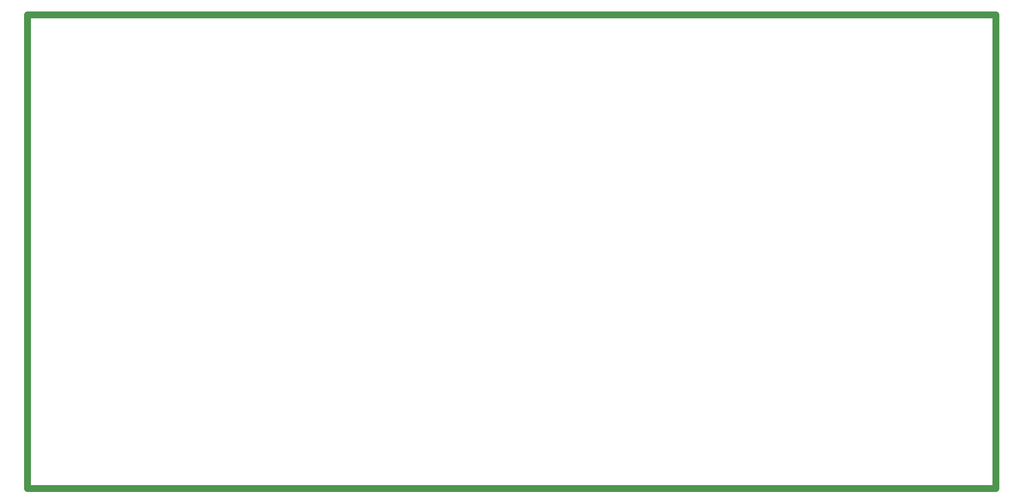
<source format=gko>
G04*
G04 #@! TF.GenerationSoftware,Altium Limited,Altium Designer,21.9.2 (33)*
G04*
G04 Layer_Color=16711935*
%FSLAX24Y24*%
%MOIN*%
G70*
G04*
G04 #@! TF.SameCoordinates,D973DA56-E0BB-4DEA-AE19-888B2019222A*
G04*
G04*
G04 #@! TF.FilePolarity,Positive*
G04*
G01*
G75*
%ADD48C,0.0394*%
D48*
X10630Y11811D02*
Y39370D01*
Y11811D02*
X66929D01*
Y39370D01*
X10630D02*
X66929D01*
M02*

</source>
